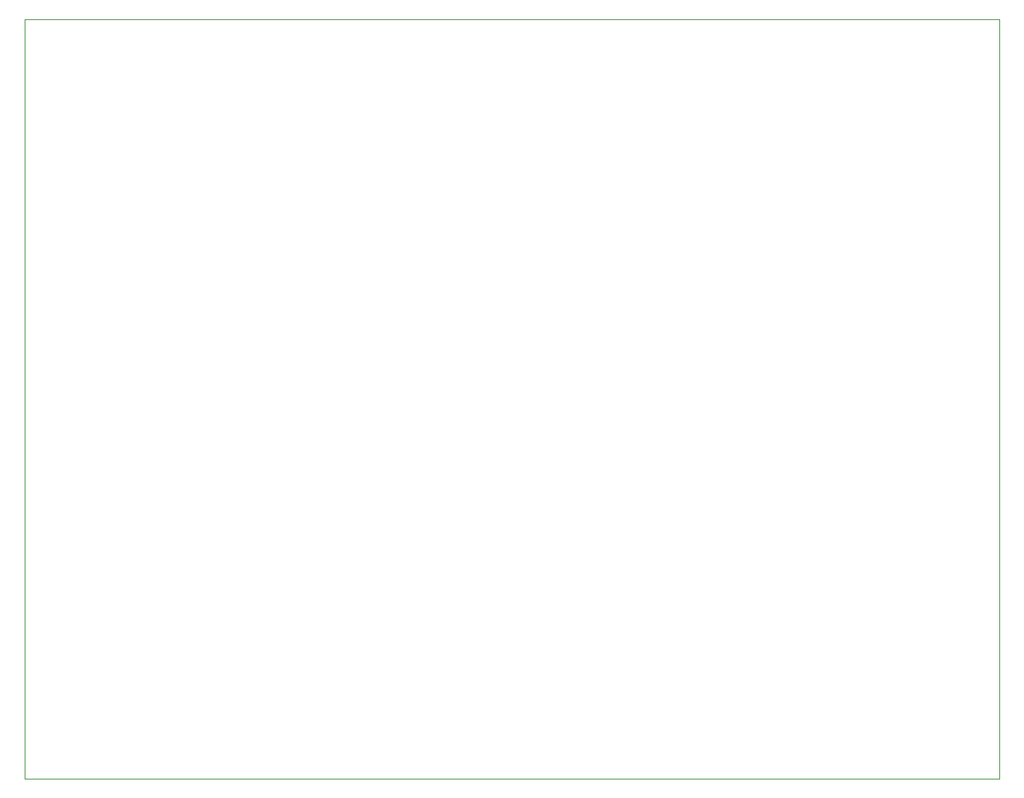
<source format=gbr>
%TF.GenerationSoftware,KiCad,Pcbnew,7.0.7*%
%TF.CreationDate,2023-09-19T13:24:36+02:00*%
%TF.ProjectId,PiFencePCB,50694665-6e63-4655-9043-422e6b696361,0.1*%
%TF.SameCoordinates,Original*%
%TF.FileFunction,Profile,NP*%
%FSLAX46Y46*%
G04 Gerber Fmt 4.6, Leading zero omitted, Abs format (unit mm)*
G04 Created by KiCad (PCBNEW 7.0.7) date 2023-09-19 13:24:36*
%MOMM*%
%LPD*%
G01*
G04 APERTURE LIST*
%TA.AperFunction,Profile*%
%ADD10C,0.100000*%
%TD*%
G04 APERTURE END LIST*
D10*
X100000000Y-50000000D02*
X207000000Y-50000000D01*
X207000000Y-133350000D01*
X100000000Y-133350000D01*
X100000000Y-50000000D01*
M02*

</source>
